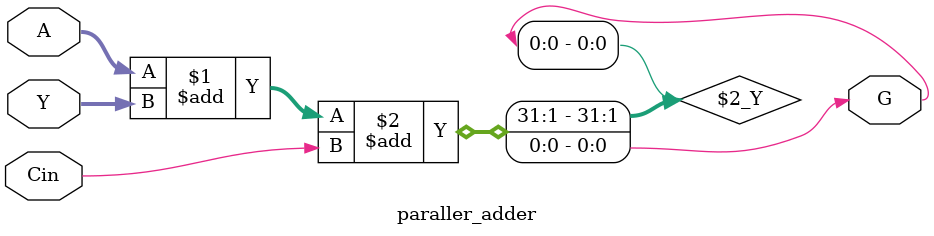
<source format=v>


module paraller_adder(
    input [31:0] A,
    input [31:0] Y,
    input Cin,
    output G
    );

    assign G = A + Y + Cin;

endmodule

</source>
